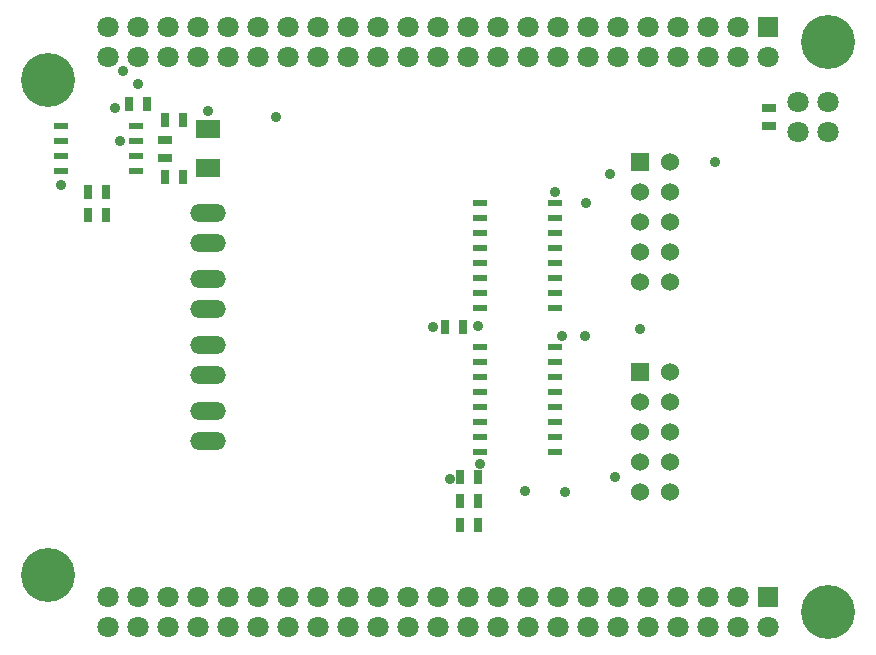
<source format=gts>
G04 (created by PCBNEW (2013-09-06 BZR 4312)-stable) date T 02 sept  2014 16:17:06 EEST*
%MOIN*%
G04 Gerber Fmt 3.4, Leading zero omitted, Abs format*
%FSLAX34Y34*%
G01*
G70*
G90*
G04 APERTURE LIST*
%ADD10C,0.000787*%
%ADD11C,0.180000*%
%ADD12R,0.070866X0.070866*%
%ADD13C,0.070866*%
%ADD14R,0.025000X0.045000*%
%ADD15O,0.118700X0.059300*%
%ADD16R,0.060000X0.060000*%
%ADD17C,0.060000*%
%ADD18R,0.045000X0.020000*%
%ADD19R,0.045000X0.025000*%
%ADD20R,0.080000X0.060000*%
%ADD21C,0.035000*%
G04 APERTURE END LIST*
G54D10*
G54D11*
X44250Y-30750D03*
X70250Y-29500D03*
X70250Y-48500D03*
X44250Y-47250D03*
G54D12*
X68250Y-29000D03*
G54D13*
X68250Y-30000D03*
X67250Y-29000D03*
X67250Y-30000D03*
X66250Y-29000D03*
X66250Y-30000D03*
X65250Y-29000D03*
X65250Y-30000D03*
X64250Y-29000D03*
X64250Y-30000D03*
X63250Y-29000D03*
X63250Y-30000D03*
X62250Y-29000D03*
X62250Y-30000D03*
X61250Y-29000D03*
X61250Y-30000D03*
X60250Y-29000D03*
X60250Y-30000D03*
X59250Y-29000D03*
X59250Y-30000D03*
X58250Y-29000D03*
X58250Y-30000D03*
X57250Y-29000D03*
X57250Y-30000D03*
X56250Y-29000D03*
X56250Y-30000D03*
X55250Y-29000D03*
X55250Y-30000D03*
X54250Y-29000D03*
X54250Y-30000D03*
X53250Y-29000D03*
X53250Y-30000D03*
X52250Y-29000D03*
X52250Y-30000D03*
X51250Y-29000D03*
X51250Y-30000D03*
X50250Y-29000D03*
X50250Y-30000D03*
X49250Y-29000D03*
X49250Y-30000D03*
X48250Y-29000D03*
X48250Y-30000D03*
X47250Y-29000D03*
X47250Y-30000D03*
X46250Y-29000D03*
X46250Y-30000D03*
G54D12*
X68250Y-48000D03*
G54D13*
X68250Y-49000D03*
X67250Y-48000D03*
X67250Y-49000D03*
X66250Y-48000D03*
X66250Y-49000D03*
X65250Y-48000D03*
X65250Y-49000D03*
X64250Y-48000D03*
X64250Y-49000D03*
X63250Y-48000D03*
X63250Y-49000D03*
X62250Y-48000D03*
X62250Y-49000D03*
X61250Y-48000D03*
X61250Y-49000D03*
X60250Y-48000D03*
X60250Y-49000D03*
X59250Y-48000D03*
X59250Y-49000D03*
X58250Y-48000D03*
X58250Y-49000D03*
X57250Y-48000D03*
X57250Y-49000D03*
X56250Y-48000D03*
X56250Y-49000D03*
X55250Y-48000D03*
X55250Y-49000D03*
X54250Y-48000D03*
X54250Y-49000D03*
X53250Y-48000D03*
X53250Y-49000D03*
X52250Y-48000D03*
X52250Y-49000D03*
X51250Y-48000D03*
X51250Y-49000D03*
X50250Y-48000D03*
X50250Y-49000D03*
X49250Y-48000D03*
X49250Y-49000D03*
X48250Y-48000D03*
X48250Y-49000D03*
X47250Y-48000D03*
X47250Y-49000D03*
X46250Y-48000D03*
X46250Y-49000D03*
X70250Y-31500D03*
X70250Y-32500D03*
X69250Y-31500D03*
X69250Y-32500D03*
G54D14*
X58100Y-39000D03*
X57500Y-39000D03*
X58600Y-44000D03*
X58000Y-44000D03*
G54D15*
X49600Y-36200D03*
X49600Y-35200D03*
X49600Y-38400D03*
X49600Y-37400D03*
X49600Y-40600D03*
X49600Y-39600D03*
X49600Y-42800D03*
X49600Y-41800D03*
G54D16*
X64000Y-33500D03*
G54D17*
X65000Y-33500D03*
X64000Y-34500D03*
X65000Y-34500D03*
X64000Y-35500D03*
X65000Y-35500D03*
X64000Y-36500D03*
X65000Y-36500D03*
X64000Y-37500D03*
X65000Y-37500D03*
G54D16*
X64000Y-40500D03*
G54D17*
X65000Y-40500D03*
X64000Y-41500D03*
X65000Y-41500D03*
X64000Y-42500D03*
X65000Y-42500D03*
X64000Y-43500D03*
X65000Y-43500D03*
X64000Y-44500D03*
X65000Y-44500D03*
G54D14*
X58000Y-44800D03*
X58600Y-44800D03*
X58000Y-45600D03*
X58600Y-45600D03*
G54D18*
X58650Y-38350D03*
X58650Y-37350D03*
X58650Y-36850D03*
X58650Y-36350D03*
X58650Y-35850D03*
X58650Y-35350D03*
X58650Y-34850D03*
X61150Y-34850D03*
X61150Y-35350D03*
X61150Y-35850D03*
X61150Y-36350D03*
X61150Y-36850D03*
X61150Y-37350D03*
X61150Y-37850D03*
X61150Y-38350D03*
X58650Y-37850D03*
X58650Y-43150D03*
X58650Y-42150D03*
X58650Y-41650D03*
X58650Y-41150D03*
X58650Y-40650D03*
X58650Y-40150D03*
X58650Y-39650D03*
X61150Y-39650D03*
X61150Y-40150D03*
X61150Y-40650D03*
X61150Y-41150D03*
X61150Y-41650D03*
X61150Y-42150D03*
X61150Y-42650D03*
X61150Y-43150D03*
X58650Y-42650D03*
G54D19*
X68300Y-32300D03*
X68300Y-31700D03*
X48150Y-33350D03*
X48150Y-32750D03*
G54D14*
X47550Y-31550D03*
X46950Y-31550D03*
G54D20*
X49600Y-32400D03*
X49600Y-33700D03*
G54D14*
X48750Y-34000D03*
X48150Y-34000D03*
X48750Y-32100D03*
X48150Y-32100D03*
X45600Y-34500D03*
X46200Y-34500D03*
X45600Y-35250D03*
X46200Y-35250D03*
G54D18*
X44700Y-33800D03*
X44700Y-33300D03*
X44700Y-32800D03*
X44700Y-32300D03*
X47200Y-32300D03*
X47200Y-32800D03*
X47200Y-33300D03*
X47200Y-33800D03*
G54D21*
X51850Y-32000D03*
X58650Y-43550D03*
X58600Y-38950D03*
X66500Y-33500D03*
X49600Y-31800D03*
X63150Y-44000D03*
X61400Y-39300D03*
X62150Y-39300D03*
X61150Y-34500D03*
X57650Y-44050D03*
X57100Y-39000D03*
X46650Y-32800D03*
X44700Y-34250D03*
X46500Y-31700D03*
X46750Y-30450D03*
X47250Y-30900D03*
X61500Y-44500D03*
X60150Y-44450D03*
X64000Y-39050D03*
X62200Y-34850D03*
X63000Y-33900D03*
M02*

</source>
